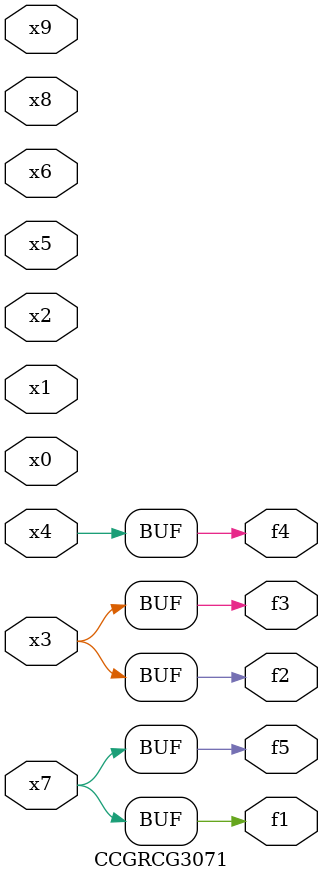
<source format=v>
module CCGRCG3071(
	input x0, x1, x2, x3, x4, x5, x6, x7, x8, x9,
	output f1, f2, f3, f4, f5
);
	assign f1 = x7;
	assign f2 = x3;
	assign f3 = x3;
	assign f4 = x4;
	assign f5 = x7;
endmodule

</source>
